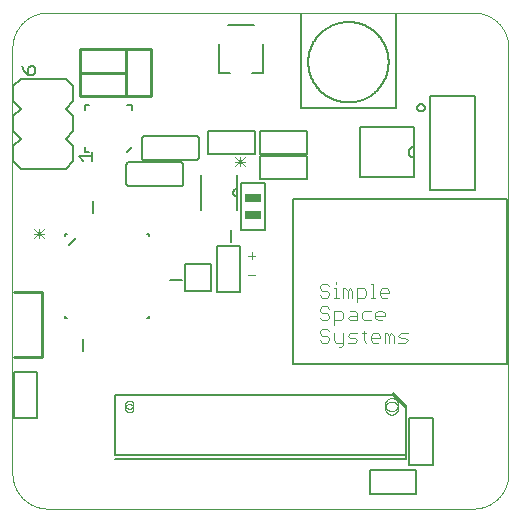
<source format=gto>
G75*
%MOIN*%
%OFA0B0*%
%FSLAX25Y25*%
%IPPOS*%
%LPD*%
%AMOC8*
5,1,8,0,0,1.08239X$1,22.5*
%
%ADD10C,0.00000*%
%ADD11C,0.00591*%
%ADD12C,0.00300*%
%ADD13C,0.01000*%
%ADD14C,0.00400*%
%ADD15C,0.00600*%
%ADD16C,0.00500*%
%ADD17R,0.05512X0.02559*%
D10*
X0014499Y0018636D02*
X0156231Y0018636D01*
X0156516Y0018639D01*
X0156802Y0018650D01*
X0157087Y0018667D01*
X0157371Y0018691D01*
X0157655Y0018722D01*
X0157938Y0018760D01*
X0158219Y0018805D01*
X0158500Y0018856D01*
X0158780Y0018914D01*
X0159058Y0018979D01*
X0159334Y0019051D01*
X0159608Y0019129D01*
X0159881Y0019214D01*
X0160151Y0019306D01*
X0160419Y0019404D01*
X0160685Y0019508D01*
X0160948Y0019619D01*
X0161208Y0019736D01*
X0161466Y0019859D01*
X0161720Y0019989D01*
X0161971Y0020125D01*
X0162219Y0020266D01*
X0162463Y0020414D01*
X0162704Y0020567D01*
X0162940Y0020727D01*
X0163173Y0020892D01*
X0163402Y0021062D01*
X0163627Y0021238D01*
X0163847Y0021420D01*
X0164063Y0021606D01*
X0164274Y0021798D01*
X0164481Y0021995D01*
X0164683Y0022197D01*
X0164880Y0022404D01*
X0165072Y0022615D01*
X0165258Y0022831D01*
X0165440Y0023051D01*
X0165616Y0023276D01*
X0165786Y0023505D01*
X0165951Y0023738D01*
X0166111Y0023974D01*
X0166264Y0024215D01*
X0166412Y0024459D01*
X0166553Y0024707D01*
X0166689Y0024958D01*
X0166819Y0025212D01*
X0166942Y0025470D01*
X0167059Y0025730D01*
X0167170Y0025993D01*
X0167274Y0026259D01*
X0167372Y0026527D01*
X0167464Y0026797D01*
X0167549Y0027070D01*
X0167627Y0027344D01*
X0167699Y0027620D01*
X0167764Y0027898D01*
X0167822Y0028178D01*
X0167873Y0028459D01*
X0167918Y0028740D01*
X0167956Y0029023D01*
X0167987Y0029307D01*
X0168011Y0029591D01*
X0168028Y0029876D01*
X0168039Y0030162D01*
X0168042Y0030447D01*
X0168042Y0172179D01*
X0168039Y0172464D01*
X0168028Y0172750D01*
X0168011Y0173035D01*
X0167987Y0173319D01*
X0167956Y0173603D01*
X0167918Y0173886D01*
X0167873Y0174167D01*
X0167822Y0174448D01*
X0167764Y0174728D01*
X0167699Y0175006D01*
X0167627Y0175282D01*
X0167549Y0175556D01*
X0167464Y0175829D01*
X0167372Y0176099D01*
X0167274Y0176367D01*
X0167170Y0176633D01*
X0167059Y0176896D01*
X0166942Y0177156D01*
X0166819Y0177414D01*
X0166689Y0177668D01*
X0166553Y0177919D01*
X0166412Y0178167D01*
X0166264Y0178411D01*
X0166111Y0178652D01*
X0165951Y0178888D01*
X0165786Y0179121D01*
X0165616Y0179350D01*
X0165440Y0179575D01*
X0165258Y0179795D01*
X0165072Y0180011D01*
X0164880Y0180222D01*
X0164683Y0180429D01*
X0164481Y0180631D01*
X0164274Y0180828D01*
X0164063Y0181020D01*
X0163847Y0181206D01*
X0163627Y0181388D01*
X0163402Y0181564D01*
X0163173Y0181734D01*
X0162940Y0181899D01*
X0162704Y0182059D01*
X0162463Y0182212D01*
X0162219Y0182360D01*
X0161971Y0182501D01*
X0161720Y0182637D01*
X0161466Y0182767D01*
X0161208Y0182890D01*
X0160948Y0183007D01*
X0160685Y0183118D01*
X0160419Y0183222D01*
X0160151Y0183320D01*
X0159881Y0183412D01*
X0159608Y0183497D01*
X0159334Y0183575D01*
X0159058Y0183647D01*
X0158780Y0183712D01*
X0158500Y0183770D01*
X0158219Y0183821D01*
X0157938Y0183866D01*
X0157655Y0183904D01*
X0157371Y0183935D01*
X0157087Y0183959D01*
X0156802Y0183976D01*
X0156516Y0183987D01*
X0156231Y0183990D01*
X0014499Y0183990D01*
X0014214Y0183987D01*
X0013928Y0183976D01*
X0013643Y0183959D01*
X0013359Y0183935D01*
X0013075Y0183904D01*
X0012792Y0183866D01*
X0012511Y0183821D01*
X0012230Y0183770D01*
X0011950Y0183712D01*
X0011672Y0183647D01*
X0011396Y0183575D01*
X0011122Y0183497D01*
X0010849Y0183412D01*
X0010579Y0183320D01*
X0010311Y0183222D01*
X0010045Y0183118D01*
X0009782Y0183007D01*
X0009522Y0182890D01*
X0009264Y0182767D01*
X0009010Y0182637D01*
X0008759Y0182501D01*
X0008511Y0182360D01*
X0008267Y0182212D01*
X0008026Y0182059D01*
X0007790Y0181899D01*
X0007557Y0181734D01*
X0007328Y0181564D01*
X0007103Y0181388D01*
X0006883Y0181206D01*
X0006667Y0181020D01*
X0006456Y0180828D01*
X0006249Y0180631D01*
X0006047Y0180429D01*
X0005850Y0180222D01*
X0005658Y0180011D01*
X0005472Y0179795D01*
X0005290Y0179575D01*
X0005114Y0179350D01*
X0004944Y0179121D01*
X0004779Y0178888D01*
X0004619Y0178652D01*
X0004466Y0178411D01*
X0004318Y0178167D01*
X0004177Y0177919D01*
X0004041Y0177668D01*
X0003911Y0177414D01*
X0003788Y0177156D01*
X0003671Y0176896D01*
X0003560Y0176633D01*
X0003456Y0176367D01*
X0003358Y0176099D01*
X0003266Y0175829D01*
X0003181Y0175556D01*
X0003103Y0175282D01*
X0003031Y0175006D01*
X0002966Y0174728D01*
X0002908Y0174448D01*
X0002857Y0174167D01*
X0002812Y0173886D01*
X0002774Y0173603D01*
X0002743Y0173319D01*
X0002719Y0173035D01*
X0002702Y0172750D01*
X0002691Y0172464D01*
X0002688Y0172179D01*
X0002688Y0030447D01*
X0002691Y0030162D01*
X0002702Y0029876D01*
X0002719Y0029591D01*
X0002743Y0029307D01*
X0002774Y0029023D01*
X0002812Y0028740D01*
X0002857Y0028459D01*
X0002908Y0028178D01*
X0002966Y0027898D01*
X0003031Y0027620D01*
X0003103Y0027344D01*
X0003181Y0027070D01*
X0003266Y0026797D01*
X0003358Y0026527D01*
X0003456Y0026259D01*
X0003560Y0025993D01*
X0003671Y0025730D01*
X0003788Y0025470D01*
X0003911Y0025212D01*
X0004041Y0024958D01*
X0004177Y0024707D01*
X0004318Y0024459D01*
X0004466Y0024215D01*
X0004619Y0023974D01*
X0004779Y0023738D01*
X0004944Y0023505D01*
X0005114Y0023276D01*
X0005290Y0023051D01*
X0005472Y0022831D01*
X0005658Y0022615D01*
X0005850Y0022404D01*
X0006047Y0022197D01*
X0006249Y0021995D01*
X0006456Y0021798D01*
X0006667Y0021606D01*
X0006883Y0021420D01*
X0007103Y0021238D01*
X0007328Y0021062D01*
X0007557Y0020892D01*
X0007790Y0020727D01*
X0008026Y0020567D01*
X0008267Y0020414D01*
X0008511Y0020266D01*
X0008759Y0020125D01*
X0009010Y0019989D01*
X0009264Y0019859D01*
X0009522Y0019736D01*
X0009782Y0019619D01*
X0010045Y0019508D01*
X0010311Y0019404D01*
X0010579Y0019306D01*
X0010849Y0019214D01*
X0011122Y0019129D01*
X0011396Y0019051D01*
X0011672Y0018979D01*
X0011950Y0018914D01*
X0012230Y0018856D01*
X0012511Y0018805D01*
X0012792Y0018760D01*
X0013075Y0018722D01*
X0013359Y0018691D01*
X0013643Y0018667D01*
X0013928Y0018650D01*
X0014214Y0018639D01*
X0014499Y0018636D01*
X0040286Y0052100D02*
X0040288Y0052174D01*
X0040294Y0052248D01*
X0040304Y0052321D01*
X0040318Y0052394D01*
X0040335Y0052466D01*
X0040357Y0052536D01*
X0040382Y0052606D01*
X0040411Y0052674D01*
X0040444Y0052740D01*
X0040480Y0052805D01*
X0040520Y0052867D01*
X0040562Y0052928D01*
X0040608Y0052986D01*
X0040657Y0053041D01*
X0040709Y0053094D01*
X0040764Y0053144D01*
X0040821Y0053190D01*
X0040881Y0053234D01*
X0040943Y0053274D01*
X0041007Y0053311D01*
X0041073Y0053345D01*
X0041141Y0053375D01*
X0041210Y0053401D01*
X0041281Y0053424D01*
X0041352Y0053442D01*
X0041425Y0053457D01*
X0041498Y0053468D01*
X0041572Y0053475D01*
X0041646Y0053478D01*
X0041719Y0053477D01*
X0041793Y0053472D01*
X0041867Y0053463D01*
X0041940Y0053450D01*
X0042012Y0053433D01*
X0042083Y0053413D01*
X0042153Y0053388D01*
X0042221Y0053360D01*
X0042288Y0053329D01*
X0042353Y0053293D01*
X0042416Y0053255D01*
X0042477Y0053213D01*
X0042536Y0053167D01*
X0042592Y0053119D01*
X0042645Y0053068D01*
X0042695Y0053014D01*
X0042743Y0052957D01*
X0042787Y0052898D01*
X0042829Y0052836D01*
X0042867Y0052773D01*
X0042901Y0052707D01*
X0042932Y0052640D01*
X0042959Y0052571D01*
X0042982Y0052501D01*
X0043002Y0052430D01*
X0043018Y0052357D01*
X0043030Y0052284D01*
X0043038Y0052211D01*
X0043042Y0052137D01*
X0043042Y0052063D01*
X0043038Y0051989D01*
X0043030Y0051916D01*
X0043018Y0051843D01*
X0043002Y0051770D01*
X0042982Y0051699D01*
X0042959Y0051629D01*
X0042932Y0051560D01*
X0042901Y0051493D01*
X0042867Y0051427D01*
X0042829Y0051364D01*
X0042787Y0051302D01*
X0042743Y0051243D01*
X0042695Y0051186D01*
X0042645Y0051132D01*
X0042592Y0051081D01*
X0042536Y0051033D01*
X0042477Y0050987D01*
X0042416Y0050945D01*
X0042353Y0050907D01*
X0042288Y0050871D01*
X0042221Y0050840D01*
X0042153Y0050812D01*
X0042083Y0050787D01*
X0042012Y0050767D01*
X0041940Y0050750D01*
X0041867Y0050737D01*
X0041793Y0050728D01*
X0041719Y0050723D01*
X0041646Y0050722D01*
X0041572Y0050725D01*
X0041498Y0050732D01*
X0041425Y0050743D01*
X0041352Y0050758D01*
X0041281Y0050776D01*
X0041210Y0050799D01*
X0041141Y0050825D01*
X0041073Y0050855D01*
X0041007Y0050889D01*
X0040943Y0050926D01*
X0040881Y0050966D01*
X0040821Y0051010D01*
X0040764Y0051056D01*
X0040709Y0051106D01*
X0040657Y0051159D01*
X0040608Y0051214D01*
X0040562Y0051272D01*
X0040520Y0051333D01*
X0040480Y0051395D01*
X0040444Y0051460D01*
X0040411Y0051526D01*
X0040382Y0051594D01*
X0040357Y0051664D01*
X0040335Y0051734D01*
X0040318Y0051806D01*
X0040304Y0051879D01*
X0040294Y0051952D01*
X0040288Y0052026D01*
X0040286Y0052100D01*
X0040286Y0053281D02*
X0040288Y0053355D01*
X0040294Y0053429D01*
X0040304Y0053502D01*
X0040318Y0053575D01*
X0040335Y0053647D01*
X0040357Y0053717D01*
X0040382Y0053787D01*
X0040411Y0053855D01*
X0040444Y0053921D01*
X0040480Y0053986D01*
X0040520Y0054048D01*
X0040562Y0054109D01*
X0040608Y0054167D01*
X0040657Y0054222D01*
X0040709Y0054275D01*
X0040764Y0054325D01*
X0040821Y0054371D01*
X0040881Y0054415D01*
X0040943Y0054455D01*
X0041007Y0054492D01*
X0041073Y0054526D01*
X0041141Y0054556D01*
X0041210Y0054582D01*
X0041281Y0054605D01*
X0041352Y0054623D01*
X0041425Y0054638D01*
X0041498Y0054649D01*
X0041572Y0054656D01*
X0041646Y0054659D01*
X0041719Y0054658D01*
X0041793Y0054653D01*
X0041867Y0054644D01*
X0041940Y0054631D01*
X0042012Y0054614D01*
X0042083Y0054594D01*
X0042153Y0054569D01*
X0042221Y0054541D01*
X0042288Y0054510D01*
X0042353Y0054474D01*
X0042416Y0054436D01*
X0042477Y0054394D01*
X0042536Y0054348D01*
X0042592Y0054300D01*
X0042645Y0054249D01*
X0042695Y0054195D01*
X0042743Y0054138D01*
X0042787Y0054079D01*
X0042829Y0054017D01*
X0042867Y0053954D01*
X0042901Y0053888D01*
X0042932Y0053821D01*
X0042959Y0053752D01*
X0042982Y0053682D01*
X0043002Y0053611D01*
X0043018Y0053538D01*
X0043030Y0053465D01*
X0043038Y0053392D01*
X0043042Y0053318D01*
X0043042Y0053244D01*
X0043038Y0053170D01*
X0043030Y0053097D01*
X0043018Y0053024D01*
X0043002Y0052951D01*
X0042982Y0052880D01*
X0042959Y0052810D01*
X0042932Y0052741D01*
X0042901Y0052674D01*
X0042867Y0052608D01*
X0042829Y0052545D01*
X0042787Y0052483D01*
X0042743Y0052424D01*
X0042695Y0052367D01*
X0042645Y0052313D01*
X0042592Y0052262D01*
X0042536Y0052214D01*
X0042477Y0052168D01*
X0042416Y0052126D01*
X0042353Y0052088D01*
X0042288Y0052052D01*
X0042221Y0052021D01*
X0042153Y0051993D01*
X0042083Y0051968D01*
X0042012Y0051948D01*
X0041940Y0051931D01*
X0041867Y0051918D01*
X0041793Y0051909D01*
X0041719Y0051904D01*
X0041646Y0051903D01*
X0041572Y0051906D01*
X0041498Y0051913D01*
X0041425Y0051924D01*
X0041352Y0051939D01*
X0041281Y0051957D01*
X0041210Y0051980D01*
X0041141Y0052006D01*
X0041073Y0052036D01*
X0041007Y0052070D01*
X0040943Y0052107D01*
X0040881Y0052147D01*
X0040821Y0052191D01*
X0040764Y0052237D01*
X0040709Y0052287D01*
X0040657Y0052340D01*
X0040608Y0052395D01*
X0040562Y0052453D01*
X0040520Y0052514D01*
X0040480Y0052576D01*
X0040444Y0052641D01*
X0040411Y0052707D01*
X0040382Y0052775D01*
X0040357Y0052845D01*
X0040335Y0052915D01*
X0040318Y0052987D01*
X0040304Y0053060D01*
X0040294Y0053133D01*
X0040288Y0053207D01*
X0040286Y0053281D01*
X0126901Y0053281D02*
X0126903Y0053374D01*
X0126909Y0053466D01*
X0126919Y0053558D01*
X0126933Y0053649D01*
X0126950Y0053740D01*
X0126972Y0053830D01*
X0126997Y0053919D01*
X0127026Y0054007D01*
X0127059Y0054093D01*
X0127096Y0054178D01*
X0127136Y0054262D01*
X0127180Y0054343D01*
X0127227Y0054423D01*
X0127277Y0054501D01*
X0127331Y0054576D01*
X0127388Y0054649D01*
X0127448Y0054719D01*
X0127511Y0054787D01*
X0127577Y0054852D01*
X0127645Y0054914D01*
X0127716Y0054974D01*
X0127790Y0055030D01*
X0127866Y0055083D01*
X0127944Y0055132D01*
X0128024Y0055179D01*
X0128106Y0055221D01*
X0128190Y0055261D01*
X0128275Y0055296D01*
X0128362Y0055328D01*
X0128450Y0055357D01*
X0128539Y0055381D01*
X0128629Y0055402D01*
X0128720Y0055418D01*
X0128812Y0055431D01*
X0128904Y0055440D01*
X0128997Y0055445D01*
X0129089Y0055446D01*
X0129182Y0055443D01*
X0129274Y0055436D01*
X0129366Y0055425D01*
X0129457Y0055410D01*
X0129548Y0055392D01*
X0129638Y0055369D01*
X0129726Y0055343D01*
X0129814Y0055313D01*
X0129900Y0055279D01*
X0129984Y0055242D01*
X0130067Y0055200D01*
X0130148Y0055156D01*
X0130228Y0055108D01*
X0130305Y0055057D01*
X0130379Y0055002D01*
X0130452Y0054944D01*
X0130522Y0054884D01*
X0130589Y0054820D01*
X0130653Y0054754D01*
X0130715Y0054684D01*
X0130773Y0054613D01*
X0130828Y0054539D01*
X0130880Y0054462D01*
X0130929Y0054383D01*
X0130975Y0054303D01*
X0131017Y0054220D01*
X0131055Y0054136D01*
X0131090Y0054050D01*
X0131121Y0053963D01*
X0131148Y0053875D01*
X0131171Y0053785D01*
X0131191Y0053695D01*
X0131207Y0053604D01*
X0131219Y0053512D01*
X0131227Y0053420D01*
X0131231Y0053327D01*
X0131231Y0053235D01*
X0131227Y0053142D01*
X0131219Y0053050D01*
X0131207Y0052958D01*
X0131191Y0052867D01*
X0131171Y0052777D01*
X0131148Y0052687D01*
X0131121Y0052599D01*
X0131090Y0052512D01*
X0131055Y0052426D01*
X0131017Y0052342D01*
X0130975Y0052259D01*
X0130929Y0052179D01*
X0130880Y0052100D01*
X0130828Y0052023D01*
X0130773Y0051949D01*
X0130715Y0051878D01*
X0130653Y0051808D01*
X0130589Y0051742D01*
X0130522Y0051678D01*
X0130452Y0051618D01*
X0130379Y0051560D01*
X0130305Y0051505D01*
X0130228Y0051454D01*
X0130149Y0051406D01*
X0130067Y0051362D01*
X0129984Y0051320D01*
X0129900Y0051283D01*
X0129814Y0051249D01*
X0129726Y0051219D01*
X0129638Y0051193D01*
X0129548Y0051170D01*
X0129457Y0051152D01*
X0129366Y0051137D01*
X0129274Y0051126D01*
X0129182Y0051119D01*
X0129089Y0051116D01*
X0128997Y0051117D01*
X0128904Y0051122D01*
X0128812Y0051131D01*
X0128720Y0051144D01*
X0128629Y0051160D01*
X0128539Y0051181D01*
X0128450Y0051205D01*
X0128362Y0051234D01*
X0128275Y0051266D01*
X0128190Y0051301D01*
X0128106Y0051341D01*
X0128024Y0051383D01*
X0127944Y0051430D01*
X0127866Y0051479D01*
X0127790Y0051532D01*
X0127716Y0051588D01*
X0127645Y0051648D01*
X0127577Y0051710D01*
X0127511Y0051775D01*
X0127448Y0051843D01*
X0127388Y0051913D01*
X0127331Y0051986D01*
X0127277Y0052061D01*
X0127227Y0052139D01*
X0127180Y0052219D01*
X0127136Y0052300D01*
X0127096Y0052384D01*
X0127059Y0052469D01*
X0127026Y0052555D01*
X0126997Y0052643D01*
X0126972Y0052732D01*
X0126950Y0052822D01*
X0126933Y0052913D01*
X0126919Y0053004D01*
X0126909Y0053096D01*
X0126903Y0053188D01*
X0126901Y0053281D01*
X0126901Y0052100D02*
X0126903Y0052193D01*
X0126909Y0052285D01*
X0126919Y0052377D01*
X0126933Y0052468D01*
X0126950Y0052559D01*
X0126972Y0052649D01*
X0126997Y0052738D01*
X0127026Y0052826D01*
X0127059Y0052912D01*
X0127096Y0052997D01*
X0127136Y0053081D01*
X0127180Y0053162D01*
X0127227Y0053242D01*
X0127277Y0053320D01*
X0127331Y0053395D01*
X0127388Y0053468D01*
X0127448Y0053538D01*
X0127511Y0053606D01*
X0127577Y0053671D01*
X0127645Y0053733D01*
X0127716Y0053793D01*
X0127790Y0053849D01*
X0127866Y0053902D01*
X0127944Y0053951D01*
X0128024Y0053998D01*
X0128106Y0054040D01*
X0128190Y0054080D01*
X0128275Y0054115D01*
X0128362Y0054147D01*
X0128450Y0054176D01*
X0128539Y0054200D01*
X0128629Y0054221D01*
X0128720Y0054237D01*
X0128812Y0054250D01*
X0128904Y0054259D01*
X0128997Y0054264D01*
X0129089Y0054265D01*
X0129182Y0054262D01*
X0129274Y0054255D01*
X0129366Y0054244D01*
X0129457Y0054229D01*
X0129548Y0054211D01*
X0129638Y0054188D01*
X0129726Y0054162D01*
X0129814Y0054132D01*
X0129900Y0054098D01*
X0129984Y0054061D01*
X0130067Y0054019D01*
X0130148Y0053975D01*
X0130228Y0053927D01*
X0130305Y0053876D01*
X0130379Y0053821D01*
X0130452Y0053763D01*
X0130522Y0053703D01*
X0130589Y0053639D01*
X0130653Y0053573D01*
X0130715Y0053503D01*
X0130773Y0053432D01*
X0130828Y0053358D01*
X0130880Y0053281D01*
X0130929Y0053202D01*
X0130975Y0053122D01*
X0131017Y0053039D01*
X0131055Y0052955D01*
X0131090Y0052869D01*
X0131121Y0052782D01*
X0131148Y0052694D01*
X0131171Y0052604D01*
X0131191Y0052514D01*
X0131207Y0052423D01*
X0131219Y0052331D01*
X0131227Y0052239D01*
X0131231Y0052146D01*
X0131231Y0052054D01*
X0131227Y0051961D01*
X0131219Y0051869D01*
X0131207Y0051777D01*
X0131191Y0051686D01*
X0131171Y0051596D01*
X0131148Y0051506D01*
X0131121Y0051418D01*
X0131090Y0051331D01*
X0131055Y0051245D01*
X0131017Y0051161D01*
X0130975Y0051078D01*
X0130929Y0050998D01*
X0130880Y0050919D01*
X0130828Y0050842D01*
X0130773Y0050768D01*
X0130715Y0050697D01*
X0130653Y0050627D01*
X0130589Y0050561D01*
X0130522Y0050497D01*
X0130452Y0050437D01*
X0130379Y0050379D01*
X0130305Y0050324D01*
X0130228Y0050273D01*
X0130149Y0050225D01*
X0130067Y0050181D01*
X0129984Y0050139D01*
X0129900Y0050102D01*
X0129814Y0050068D01*
X0129726Y0050038D01*
X0129638Y0050012D01*
X0129548Y0049989D01*
X0129457Y0049971D01*
X0129366Y0049956D01*
X0129274Y0049945D01*
X0129182Y0049938D01*
X0129089Y0049935D01*
X0128997Y0049936D01*
X0128904Y0049941D01*
X0128812Y0049950D01*
X0128720Y0049963D01*
X0128629Y0049979D01*
X0128539Y0050000D01*
X0128450Y0050024D01*
X0128362Y0050053D01*
X0128275Y0050085D01*
X0128190Y0050120D01*
X0128106Y0050160D01*
X0128024Y0050202D01*
X0127944Y0050249D01*
X0127866Y0050298D01*
X0127790Y0050351D01*
X0127716Y0050407D01*
X0127645Y0050467D01*
X0127577Y0050529D01*
X0127511Y0050594D01*
X0127448Y0050662D01*
X0127388Y0050732D01*
X0127331Y0050805D01*
X0127277Y0050880D01*
X0127227Y0050958D01*
X0127180Y0051038D01*
X0127136Y0051119D01*
X0127096Y0051203D01*
X0127059Y0051288D01*
X0127026Y0051374D01*
X0126997Y0051462D01*
X0126972Y0051551D01*
X0126950Y0051641D01*
X0126933Y0051732D01*
X0126919Y0051823D01*
X0126909Y0051915D01*
X0126903Y0052007D01*
X0126901Y0052100D01*
D11*
X0129459Y0056431D02*
X0036940Y0056431D01*
X0036940Y0036352D01*
X0133790Y0036352D01*
X0133790Y0052100D01*
X0129459Y0056431D01*
X0129459Y0057219D02*
X0133790Y0052888D01*
X0133790Y0035171D01*
X0036940Y0035171D01*
X0010956Y0048951D02*
X0003278Y0048951D01*
X0003278Y0064305D01*
X0010956Y0064305D01*
X0010956Y0048951D01*
X0070798Y0090683D02*
X0070798Y0106234D01*
X0078672Y0106234D01*
X0078672Y0090683D01*
X0070798Y0090683D01*
X0078869Y0111549D02*
X0078869Y0127100D01*
X0086743Y0127100D01*
X0086743Y0111549D01*
X0078869Y0111549D01*
X0085168Y0128478D02*
X0085168Y0136156D01*
X0100719Y0136156D01*
X0100719Y0128478D01*
X0085168Y0128478D01*
X0085168Y0136746D02*
X0085168Y0144620D01*
X0100719Y0144620D01*
X0100719Y0136746D01*
X0085168Y0136746D01*
X0083593Y0136746D02*
X0068042Y0136746D01*
X0068042Y0144620D01*
X0083593Y0144620D01*
X0083593Y0136746D01*
X0118436Y0129069D02*
X0118436Y0145998D01*
X0136546Y0145998D01*
X0136546Y0139305D01*
X0136546Y0135762D01*
X0136546Y0129069D01*
X0118436Y0129069D01*
X0136546Y0135761D02*
X0136463Y0135763D01*
X0136380Y0135769D01*
X0136298Y0135779D01*
X0136216Y0135792D01*
X0136134Y0135809D01*
X0136054Y0135831D01*
X0135975Y0135856D01*
X0135897Y0135884D01*
X0135820Y0135916D01*
X0135745Y0135952D01*
X0135672Y0135992D01*
X0135601Y0136034D01*
X0135532Y0136080D01*
X0135465Y0136129D01*
X0135400Y0136182D01*
X0135338Y0136237D01*
X0135278Y0136295D01*
X0135222Y0136356D01*
X0135168Y0136419D01*
X0135117Y0136485D01*
X0135070Y0136553D01*
X0135025Y0136623D01*
X0134984Y0136695D01*
X0134947Y0136770D01*
X0134913Y0136845D01*
X0134882Y0136923D01*
X0134856Y0137001D01*
X0134833Y0137081D01*
X0134813Y0137162D01*
X0134798Y0137243D01*
X0134786Y0137326D01*
X0134778Y0137408D01*
X0134774Y0137491D01*
X0134774Y0137575D01*
X0134778Y0137658D01*
X0134786Y0137740D01*
X0134798Y0137823D01*
X0134813Y0137904D01*
X0134833Y0137985D01*
X0134856Y0138065D01*
X0134882Y0138143D01*
X0134913Y0138221D01*
X0134947Y0138296D01*
X0134984Y0138371D01*
X0135025Y0138443D01*
X0135070Y0138513D01*
X0135117Y0138581D01*
X0135168Y0138647D01*
X0135222Y0138710D01*
X0135278Y0138771D01*
X0135338Y0138829D01*
X0135400Y0138884D01*
X0135465Y0138937D01*
X0135532Y0138986D01*
X0135601Y0139032D01*
X0135672Y0139074D01*
X0135745Y0139114D01*
X0135820Y0139150D01*
X0135897Y0139182D01*
X0135975Y0139210D01*
X0136054Y0139235D01*
X0136134Y0139257D01*
X0136216Y0139274D01*
X0136298Y0139287D01*
X0136380Y0139297D01*
X0136463Y0139303D01*
X0136546Y0139305D01*
X0137663Y0152297D02*
X0137665Y0152367D01*
X0137671Y0152438D01*
X0137681Y0152507D01*
X0137695Y0152576D01*
X0137713Y0152645D01*
X0137734Y0152712D01*
X0137759Y0152778D01*
X0137788Y0152842D01*
X0137821Y0152904D01*
X0137857Y0152965D01*
X0137897Y0153023D01*
X0137939Y0153079D01*
X0137985Y0153133D01*
X0138034Y0153184D01*
X0138085Y0153232D01*
X0138140Y0153277D01*
X0138196Y0153319D01*
X0138255Y0153357D01*
X0138316Y0153392D01*
X0138379Y0153424D01*
X0138444Y0153452D01*
X0138510Y0153477D01*
X0138577Y0153497D01*
X0138646Y0153514D01*
X0138715Y0153527D01*
X0138785Y0153536D01*
X0138855Y0153541D01*
X0138926Y0153542D01*
X0138996Y0153539D01*
X0139066Y0153532D01*
X0139136Y0153521D01*
X0139205Y0153506D01*
X0139273Y0153487D01*
X0139339Y0153465D01*
X0139405Y0153439D01*
X0139469Y0153409D01*
X0139531Y0153375D01*
X0139591Y0153338D01*
X0139648Y0153298D01*
X0139704Y0153254D01*
X0139757Y0153208D01*
X0139807Y0153158D01*
X0139854Y0153106D01*
X0139898Y0153051D01*
X0139939Y0152994D01*
X0139977Y0152935D01*
X0140012Y0152873D01*
X0140042Y0152810D01*
X0140070Y0152745D01*
X0140093Y0152678D01*
X0140113Y0152611D01*
X0140129Y0152542D01*
X0140141Y0152473D01*
X0140149Y0152403D01*
X0140153Y0152332D01*
X0140153Y0152262D01*
X0140149Y0152191D01*
X0140141Y0152121D01*
X0140129Y0152052D01*
X0140113Y0151983D01*
X0140093Y0151916D01*
X0140070Y0151849D01*
X0140042Y0151784D01*
X0140012Y0151721D01*
X0139977Y0151659D01*
X0139939Y0151600D01*
X0139898Y0151543D01*
X0139854Y0151488D01*
X0139807Y0151436D01*
X0139757Y0151386D01*
X0139704Y0151340D01*
X0139648Y0151296D01*
X0139591Y0151256D01*
X0139530Y0151219D01*
X0139469Y0151185D01*
X0139405Y0151155D01*
X0139339Y0151129D01*
X0139273Y0151107D01*
X0139205Y0151088D01*
X0139136Y0151073D01*
X0139066Y0151062D01*
X0138996Y0151055D01*
X0138926Y0151052D01*
X0138855Y0151053D01*
X0138785Y0151058D01*
X0138715Y0151067D01*
X0138646Y0151080D01*
X0138577Y0151097D01*
X0138510Y0151117D01*
X0138444Y0151142D01*
X0138379Y0151170D01*
X0138316Y0151202D01*
X0138255Y0151237D01*
X0138196Y0151275D01*
X0138140Y0151317D01*
X0138085Y0151362D01*
X0138034Y0151410D01*
X0137985Y0151461D01*
X0137939Y0151515D01*
X0137897Y0151571D01*
X0137857Y0151629D01*
X0137821Y0151690D01*
X0137788Y0151752D01*
X0137759Y0151816D01*
X0137734Y0151882D01*
X0137713Y0151949D01*
X0137695Y0152018D01*
X0137681Y0152087D01*
X0137671Y0152156D01*
X0137665Y0152227D01*
X0137663Y0152297D01*
X0134971Y0048754D02*
X0142845Y0048754D01*
X0142845Y0033203D01*
X0134971Y0033203D01*
X0134971Y0048754D01*
X0137333Y0031431D02*
X0121782Y0031431D01*
X0121782Y0023557D01*
X0137333Y0023557D01*
X0137333Y0031431D01*
D12*
X0083653Y0096622D02*
X0081184Y0096622D01*
X0082419Y0101686D02*
X0082419Y0104155D01*
X0081184Y0102921D02*
X0083653Y0102921D01*
X0080137Y0132673D02*
X0077001Y0135809D01*
X0078569Y0135809D02*
X0078569Y0132673D01*
X0077001Y0132673D02*
X0080137Y0135809D01*
X0080137Y0134241D02*
X0077001Y0134241D01*
X0013070Y0111865D02*
X0009934Y0108729D01*
X0011502Y0108729D02*
X0011502Y0111865D01*
X0009934Y0111865D02*
X0013070Y0108729D01*
X0013070Y0110297D02*
X0009934Y0110297D01*
D13*
X0012530Y0090880D02*
X0003278Y0090880D01*
X0012530Y0090880D02*
X0012530Y0069030D01*
X0003278Y0069030D01*
X0048948Y0156037D02*
X0048948Y0156234D01*
X0040680Y0156234D01*
X0040680Y0163911D01*
X0025129Y0163911D01*
X0025129Y0156234D01*
X0040680Y0156234D01*
X0040680Y0163911D02*
X0040680Y0171785D01*
X0048948Y0171785D01*
X0048948Y0156234D01*
X0040680Y0171785D02*
X0025129Y0171785D01*
X0025129Y0163911D01*
D14*
X0105250Y0092791D02*
X0105250Y0092023D01*
X0106017Y0091256D01*
X0107552Y0091256D01*
X0108319Y0090489D01*
X0108319Y0089721D01*
X0107552Y0088954D01*
X0106017Y0088954D01*
X0105250Y0089721D01*
X0105250Y0092791D02*
X0106017Y0093558D01*
X0107552Y0093558D01*
X0108319Y0092791D01*
X0109854Y0092023D02*
X0110621Y0092023D01*
X0110621Y0088954D01*
X0109854Y0088954D02*
X0111389Y0088954D01*
X0112923Y0088954D02*
X0112923Y0092023D01*
X0113691Y0092023D01*
X0114458Y0091256D01*
X0115225Y0092023D01*
X0115992Y0091256D01*
X0115992Y0088954D01*
X0114458Y0088954D02*
X0114458Y0091256D01*
X0117527Y0092023D02*
X0117527Y0087419D01*
X0117527Y0088954D02*
X0119829Y0088954D01*
X0120596Y0089721D01*
X0120596Y0091256D01*
X0119829Y0092023D01*
X0117527Y0092023D01*
X0122131Y0093558D02*
X0122898Y0093558D01*
X0122898Y0088954D01*
X0122131Y0088954D02*
X0123666Y0088954D01*
X0125200Y0089721D02*
X0125200Y0091256D01*
X0125968Y0092023D01*
X0127502Y0092023D01*
X0128270Y0091256D01*
X0128270Y0090489D01*
X0125200Y0090489D01*
X0125200Y0089721D02*
X0125968Y0088954D01*
X0127502Y0088954D01*
X0125968Y0084523D02*
X0124433Y0084523D01*
X0123666Y0083756D01*
X0123666Y0082221D01*
X0124433Y0081454D01*
X0125968Y0081454D01*
X0126735Y0082989D02*
X0123666Y0082989D01*
X0122131Y0084523D02*
X0119829Y0084523D01*
X0119062Y0083756D01*
X0119062Y0082221D01*
X0119829Y0081454D01*
X0122131Y0081454D01*
X0119829Y0077791D02*
X0119829Y0074721D01*
X0120596Y0073954D01*
X0122131Y0074721D02*
X0122131Y0076256D01*
X0122898Y0077023D01*
X0124433Y0077023D01*
X0125200Y0076256D01*
X0125200Y0075489D01*
X0122131Y0075489D01*
X0122131Y0074721D02*
X0122898Y0073954D01*
X0124433Y0073954D01*
X0126735Y0073954D02*
X0126735Y0077023D01*
X0127502Y0077023D01*
X0128270Y0076256D01*
X0129037Y0077023D01*
X0129804Y0076256D01*
X0129804Y0073954D01*
X0128270Y0073954D02*
X0128270Y0076256D01*
X0131339Y0076256D02*
X0132106Y0075489D01*
X0133641Y0075489D01*
X0134408Y0074721D01*
X0133641Y0073954D01*
X0131339Y0073954D01*
X0131339Y0076256D02*
X0132106Y0077023D01*
X0134408Y0077023D01*
X0126735Y0082989D02*
X0126735Y0083756D01*
X0125968Y0084523D01*
X0120596Y0077023D02*
X0119062Y0077023D01*
X0117527Y0077023D02*
X0115225Y0077023D01*
X0114458Y0076256D01*
X0115225Y0075489D01*
X0116760Y0075489D01*
X0117527Y0074721D01*
X0116760Y0073954D01*
X0114458Y0073954D01*
X0112923Y0073954D02*
X0110621Y0073954D01*
X0109854Y0074721D01*
X0109854Y0077023D01*
X0108319Y0077791D02*
X0107552Y0078558D01*
X0106017Y0078558D01*
X0105250Y0077791D01*
X0105250Y0077023D01*
X0106017Y0076256D01*
X0107552Y0076256D01*
X0108319Y0075489D01*
X0108319Y0074721D01*
X0107552Y0073954D01*
X0106017Y0073954D01*
X0105250Y0074721D01*
X0106017Y0081454D02*
X0105250Y0082221D01*
X0106017Y0081454D02*
X0107552Y0081454D01*
X0108319Y0082221D01*
X0108319Y0082989D01*
X0107552Y0083756D01*
X0106017Y0083756D01*
X0105250Y0084523D01*
X0105250Y0085291D01*
X0106017Y0086058D01*
X0107552Y0086058D01*
X0108319Y0085291D01*
X0109854Y0084523D02*
X0112156Y0084523D01*
X0112923Y0083756D01*
X0112923Y0082221D01*
X0112156Y0081454D01*
X0109854Y0081454D01*
X0109854Y0079919D02*
X0109854Y0084523D01*
X0114458Y0082221D02*
X0115225Y0081454D01*
X0117527Y0081454D01*
X0117527Y0083756D01*
X0116760Y0084523D01*
X0115225Y0084523D01*
X0115225Y0082989D02*
X0117527Y0082989D01*
X0115225Y0082989D02*
X0114458Y0082221D01*
X0112923Y0077023D02*
X0112923Y0073187D01*
X0112156Y0072419D01*
X0111389Y0072419D01*
X0110621Y0093558D02*
X0110621Y0094325D01*
D15*
X0077467Y0118159D02*
X0077467Y0122859D01*
X0077467Y0125259D01*
X0077467Y0129959D01*
X0077467Y0125259D02*
X0077398Y0125257D01*
X0077330Y0125251D01*
X0077262Y0125241D01*
X0077195Y0125228D01*
X0077129Y0125210D01*
X0077064Y0125189D01*
X0077000Y0125164D01*
X0076938Y0125136D01*
X0076877Y0125104D01*
X0076818Y0125069D01*
X0076762Y0125030D01*
X0076707Y0124988D01*
X0076656Y0124943D01*
X0076606Y0124895D01*
X0076560Y0124845D01*
X0076517Y0124792D01*
X0076476Y0124736D01*
X0076439Y0124679D01*
X0076406Y0124619D01*
X0076375Y0124557D01*
X0076349Y0124494D01*
X0076326Y0124430D01*
X0076306Y0124364D01*
X0076291Y0124297D01*
X0076279Y0124230D01*
X0076271Y0124162D01*
X0076267Y0124093D01*
X0076267Y0124025D01*
X0076271Y0123956D01*
X0076279Y0123888D01*
X0076291Y0123821D01*
X0076306Y0123754D01*
X0076326Y0123688D01*
X0076349Y0123624D01*
X0076375Y0123561D01*
X0076406Y0123499D01*
X0076439Y0123439D01*
X0076476Y0123382D01*
X0076517Y0123326D01*
X0076560Y0123273D01*
X0076606Y0123223D01*
X0076656Y0123175D01*
X0076707Y0123130D01*
X0076762Y0123088D01*
X0076818Y0123049D01*
X0076877Y0123014D01*
X0076938Y0122982D01*
X0077000Y0122954D01*
X0077064Y0122929D01*
X0077129Y0122908D01*
X0077195Y0122890D01*
X0077262Y0122877D01*
X0077330Y0122867D01*
X0077398Y0122861D01*
X0077467Y0122859D01*
X0075567Y0111459D02*
X0075567Y0107559D01*
X0065667Y0118159D02*
X0065667Y0129959D01*
X0063807Y0134870D02*
X0046807Y0134870D01*
X0046747Y0134872D01*
X0046686Y0134877D01*
X0046627Y0134886D01*
X0046568Y0134899D01*
X0046509Y0134915D01*
X0046452Y0134935D01*
X0046397Y0134958D01*
X0046342Y0134985D01*
X0046290Y0135014D01*
X0046239Y0135047D01*
X0046190Y0135083D01*
X0046144Y0135121D01*
X0046100Y0135163D01*
X0046058Y0135207D01*
X0046020Y0135253D01*
X0045984Y0135302D01*
X0045951Y0135353D01*
X0045922Y0135405D01*
X0045895Y0135460D01*
X0045872Y0135515D01*
X0045852Y0135572D01*
X0045836Y0135631D01*
X0045823Y0135690D01*
X0045814Y0135749D01*
X0045809Y0135810D01*
X0045807Y0135870D01*
X0045807Y0141870D01*
X0045809Y0141930D01*
X0045814Y0141991D01*
X0045823Y0142050D01*
X0045836Y0142109D01*
X0045852Y0142168D01*
X0045872Y0142225D01*
X0045895Y0142280D01*
X0045922Y0142335D01*
X0045951Y0142387D01*
X0045984Y0142438D01*
X0046020Y0142487D01*
X0046058Y0142533D01*
X0046100Y0142577D01*
X0046144Y0142619D01*
X0046190Y0142657D01*
X0046239Y0142693D01*
X0046290Y0142726D01*
X0046342Y0142755D01*
X0046397Y0142782D01*
X0046452Y0142805D01*
X0046509Y0142825D01*
X0046568Y0142841D01*
X0046627Y0142854D01*
X0046686Y0142863D01*
X0046747Y0142868D01*
X0046807Y0142870D01*
X0063807Y0142870D01*
X0063867Y0142868D01*
X0063928Y0142863D01*
X0063987Y0142854D01*
X0064046Y0142841D01*
X0064105Y0142825D01*
X0064162Y0142805D01*
X0064217Y0142782D01*
X0064272Y0142755D01*
X0064324Y0142726D01*
X0064375Y0142693D01*
X0064424Y0142657D01*
X0064470Y0142619D01*
X0064514Y0142577D01*
X0064556Y0142533D01*
X0064594Y0142487D01*
X0064630Y0142438D01*
X0064663Y0142387D01*
X0064692Y0142335D01*
X0064719Y0142280D01*
X0064742Y0142225D01*
X0064762Y0142168D01*
X0064778Y0142109D01*
X0064791Y0142050D01*
X0064800Y0141991D01*
X0064805Y0141930D01*
X0064807Y0141870D01*
X0064807Y0135870D01*
X0064805Y0135810D01*
X0064800Y0135749D01*
X0064791Y0135690D01*
X0064778Y0135631D01*
X0064762Y0135572D01*
X0064742Y0135515D01*
X0064719Y0135460D01*
X0064692Y0135405D01*
X0064663Y0135353D01*
X0064630Y0135302D01*
X0064594Y0135253D01*
X0064556Y0135207D01*
X0064514Y0135163D01*
X0064470Y0135121D01*
X0064424Y0135083D01*
X0064375Y0135047D01*
X0064324Y0135014D01*
X0064272Y0134985D01*
X0064217Y0134958D01*
X0064162Y0134935D01*
X0064105Y0134915D01*
X0064046Y0134899D01*
X0063987Y0134886D01*
X0063928Y0134877D01*
X0063867Y0134872D01*
X0063807Y0134870D01*
X0059611Y0133176D02*
X0059611Y0127176D01*
X0059609Y0127116D01*
X0059604Y0127055D01*
X0059595Y0126996D01*
X0059582Y0126937D01*
X0059566Y0126878D01*
X0059546Y0126821D01*
X0059523Y0126766D01*
X0059496Y0126711D01*
X0059467Y0126659D01*
X0059434Y0126608D01*
X0059398Y0126559D01*
X0059360Y0126513D01*
X0059318Y0126469D01*
X0059274Y0126427D01*
X0059228Y0126389D01*
X0059179Y0126353D01*
X0059128Y0126320D01*
X0059076Y0126291D01*
X0059021Y0126264D01*
X0058966Y0126241D01*
X0058909Y0126221D01*
X0058850Y0126205D01*
X0058791Y0126192D01*
X0058732Y0126183D01*
X0058671Y0126178D01*
X0058611Y0126176D01*
X0041611Y0126176D01*
X0041551Y0126178D01*
X0041490Y0126183D01*
X0041431Y0126192D01*
X0041372Y0126205D01*
X0041313Y0126221D01*
X0041256Y0126241D01*
X0041201Y0126264D01*
X0041146Y0126291D01*
X0041094Y0126320D01*
X0041043Y0126353D01*
X0040994Y0126389D01*
X0040948Y0126427D01*
X0040904Y0126469D01*
X0040862Y0126513D01*
X0040824Y0126559D01*
X0040788Y0126608D01*
X0040755Y0126659D01*
X0040726Y0126711D01*
X0040699Y0126766D01*
X0040676Y0126821D01*
X0040656Y0126878D01*
X0040640Y0126937D01*
X0040627Y0126996D01*
X0040618Y0127055D01*
X0040613Y0127116D01*
X0040611Y0127176D01*
X0040611Y0133176D01*
X0040613Y0133236D01*
X0040618Y0133297D01*
X0040627Y0133356D01*
X0040640Y0133415D01*
X0040656Y0133474D01*
X0040676Y0133531D01*
X0040699Y0133586D01*
X0040726Y0133641D01*
X0040755Y0133693D01*
X0040788Y0133744D01*
X0040824Y0133793D01*
X0040862Y0133839D01*
X0040904Y0133883D01*
X0040948Y0133925D01*
X0040994Y0133963D01*
X0041043Y0133999D01*
X0041094Y0134032D01*
X0041146Y0134061D01*
X0041201Y0134088D01*
X0041256Y0134111D01*
X0041313Y0134131D01*
X0041372Y0134147D01*
X0041431Y0134160D01*
X0041490Y0134169D01*
X0041551Y0134174D01*
X0041611Y0134176D01*
X0058611Y0134176D01*
X0058671Y0134174D01*
X0058732Y0134169D01*
X0058791Y0134160D01*
X0058850Y0134147D01*
X0058909Y0134131D01*
X0058966Y0134111D01*
X0059021Y0134088D01*
X0059076Y0134061D01*
X0059128Y0134032D01*
X0059179Y0133999D01*
X0059228Y0133963D01*
X0059274Y0133925D01*
X0059318Y0133883D01*
X0059360Y0133839D01*
X0059398Y0133793D01*
X0059434Y0133744D01*
X0059467Y0133693D01*
X0059496Y0133641D01*
X0059523Y0133586D01*
X0059546Y0133531D01*
X0059566Y0133474D01*
X0059582Y0133415D01*
X0059595Y0133356D01*
X0059604Y0133297D01*
X0059609Y0133236D01*
X0059611Y0133176D01*
X0048184Y0110195D02*
X0047484Y0110195D01*
X0048184Y0110195D02*
X0048184Y0109495D01*
X0055184Y0094695D02*
X0059184Y0094695D01*
X0048184Y0082895D02*
X0048184Y0082195D01*
X0047484Y0082195D01*
X0026184Y0075295D02*
X0026184Y0071295D01*
X0020884Y0082195D02*
X0020184Y0082195D01*
X0020184Y0082895D01*
X0021684Y0106595D02*
X0023784Y0108695D01*
X0020884Y0110195D02*
X0020184Y0110195D01*
X0020184Y0109495D01*
X0029484Y0117095D02*
X0029484Y0121095D01*
X0020530Y0131911D02*
X0023030Y0134411D01*
X0023030Y0139411D01*
X0020530Y0141911D01*
X0023030Y0144411D01*
X0023030Y0149411D01*
X0020530Y0151911D01*
X0023030Y0154411D01*
X0023030Y0159411D01*
X0020530Y0161911D01*
X0005530Y0161911D01*
X0003030Y0159411D01*
X0003030Y0154411D01*
X0005530Y0151911D01*
X0003030Y0149411D01*
X0003030Y0144411D01*
X0005530Y0141911D01*
X0003030Y0139411D01*
X0003030Y0134411D01*
X0005530Y0131911D01*
X0020530Y0131911D01*
D16*
X0024776Y0136162D02*
X0029280Y0136162D01*
X0029280Y0134661D02*
X0029280Y0137663D01*
X0028350Y0137486D02*
X0026775Y0137486D01*
X0026775Y0139061D01*
X0024776Y0136162D02*
X0026277Y0134661D01*
X0040948Y0137486D02*
X0042523Y0139061D01*
X0042523Y0151659D02*
X0042523Y0153234D01*
X0040948Y0153234D01*
X0028350Y0153234D02*
X0026775Y0153234D01*
X0026775Y0151659D01*
X0010280Y0163911D02*
X0010280Y0165413D01*
X0009529Y0166163D01*
X0008778Y0166163D01*
X0008028Y0165413D01*
X0008028Y0163161D01*
X0009529Y0163161D01*
X0010280Y0163911D01*
X0008028Y0163161D02*
X0006526Y0164662D01*
X0005776Y0166163D01*
X0060119Y0100278D02*
X0060119Y0091223D01*
X0060513Y0091223D01*
X0068387Y0091223D01*
X0068781Y0091223D01*
X0068781Y0100278D01*
X0060119Y0100278D01*
X0096111Y0121887D02*
X0096111Y0066966D01*
X0159497Y0066966D01*
X0167568Y0066966D01*
X0167568Y0121887D01*
X0159497Y0121887D01*
X0096111Y0121887D01*
X0098948Y0152100D02*
X0098948Y0183596D01*
X0086349Y0173557D02*
X0086349Y0163715D01*
X0082412Y0163715D01*
X0075326Y0163715D02*
X0071389Y0163715D01*
X0071389Y0173557D01*
X0074538Y0179856D02*
X0083200Y0179856D01*
X0098948Y0152100D02*
X0130444Y0152100D01*
X0130444Y0183596D01*
X0101310Y0167455D02*
X0101314Y0167784D01*
X0101326Y0168112D01*
X0101346Y0168440D01*
X0101374Y0168767D01*
X0101411Y0169094D01*
X0101455Y0169419D01*
X0101507Y0169743D01*
X0101567Y0170066D01*
X0101635Y0170388D01*
X0101711Y0170708D01*
X0101795Y0171025D01*
X0101886Y0171341D01*
X0101986Y0171654D01*
X0102092Y0171965D01*
X0102207Y0172273D01*
X0102329Y0172578D01*
X0102458Y0172880D01*
X0102595Y0173178D01*
X0102739Y0173473D01*
X0102891Y0173765D01*
X0103049Y0174053D01*
X0103214Y0174337D01*
X0103387Y0174616D01*
X0103566Y0174892D01*
X0103752Y0175163D01*
X0103944Y0175429D01*
X0104143Y0175690D01*
X0104348Y0175947D01*
X0104560Y0176198D01*
X0104778Y0176444D01*
X0105001Y0176685D01*
X0105231Y0176920D01*
X0105466Y0177150D01*
X0105707Y0177373D01*
X0105953Y0177591D01*
X0106204Y0177803D01*
X0106461Y0178008D01*
X0106722Y0178207D01*
X0106988Y0178399D01*
X0107259Y0178585D01*
X0107535Y0178764D01*
X0107814Y0178937D01*
X0108098Y0179102D01*
X0108386Y0179260D01*
X0108678Y0179412D01*
X0108973Y0179556D01*
X0109271Y0179693D01*
X0109573Y0179822D01*
X0109878Y0179944D01*
X0110186Y0180059D01*
X0110497Y0180165D01*
X0110810Y0180265D01*
X0111126Y0180356D01*
X0111443Y0180440D01*
X0111763Y0180516D01*
X0112085Y0180584D01*
X0112408Y0180644D01*
X0112732Y0180696D01*
X0113057Y0180740D01*
X0113384Y0180777D01*
X0113711Y0180805D01*
X0114039Y0180825D01*
X0114367Y0180837D01*
X0114696Y0180841D01*
X0115025Y0180837D01*
X0115353Y0180825D01*
X0115681Y0180805D01*
X0116008Y0180777D01*
X0116335Y0180740D01*
X0116660Y0180696D01*
X0116984Y0180644D01*
X0117307Y0180584D01*
X0117629Y0180516D01*
X0117949Y0180440D01*
X0118266Y0180356D01*
X0118582Y0180265D01*
X0118895Y0180165D01*
X0119206Y0180059D01*
X0119514Y0179944D01*
X0119819Y0179822D01*
X0120121Y0179693D01*
X0120419Y0179556D01*
X0120714Y0179412D01*
X0121006Y0179260D01*
X0121294Y0179102D01*
X0121578Y0178937D01*
X0121857Y0178764D01*
X0122133Y0178585D01*
X0122404Y0178399D01*
X0122670Y0178207D01*
X0122931Y0178008D01*
X0123188Y0177803D01*
X0123439Y0177591D01*
X0123685Y0177373D01*
X0123926Y0177150D01*
X0124161Y0176920D01*
X0124391Y0176685D01*
X0124614Y0176444D01*
X0124832Y0176198D01*
X0125044Y0175947D01*
X0125249Y0175690D01*
X0125448Y0175429D01*
X0125640Y0175163D01*
X0125826Y0174892D01*
X0126005Y0174616D01*
X0126178Y0174337D01*
X0126343Y0174053D01*
X0126501Y0173765D01*
X0126653Y0173473D01*
X0126797Y0173178D01*
X0126934Y0172880D01*
X0127063Y0172578D01*
X0127185Y0172273D01*
X0127300Y0171965D01*
X0127406Y0171654D01*
X0127506Y0171341D01*
X0127597Y0171025D01*
X0127681Y0170708D01*
X0127757Y0170388D01*
X0127825Y0170066D01*
X0127885Y0169743D01*
X0127937Y0169419D01*
X0127981Y0169094D01*
X0128018Y0168767D01*
X0128046Y0168440D01*
X0128066Y0168112D01*
X0128078Y0167784D01*
X0128082Y0167455D01*
X0128078Y0167126D01*
X0128066Y0166798D01*
X0128046Y0166470D01*
X0128018Y0166143D01*
X0127981Y0165816D01*
X0127937Y0165491D01*
X0127885Y0165167D01*
X0127825Y0164844D01*
X0127757Y0164522D01*
X0127681Y0164202D01*
X0127597Y0163885D01*
X0127506Y0163569D01*
X0127406Y0163256D01*
X0127300Y0162945D01*
X0127185Y0162637D01*
X0127063Y0162332D01*
X0126934Y0162030D01*
X0126797Y0161732D01*
X0126653Y0161437D01*
X0126501Y0161145D01*
X0126343Y0160857D01*
X0126178Y0160573D01*
X0126005Y0160294D01*
X0125826Y0160018D01*
X0125640Y0159747D01*
X0125448Y0159481D01*
X0125249Y0159220D01*
X0125044Y0158963D01*
X0124832Y0158712D01*
X0124614Y0158466D01*
X0124391Y0158225D01*
X0124161Y0157990D01*
X0123926Y0157760D01*
X0123685Y0157537D01*
X0123439Y0157319D01*
X0123188Y0157107D01*
X0122931Y0156902D01*
X0122670Y0156703D01*
X0122404Y0156511D01*
X0122133Y0156325D01*
X0121857Y0156146D01*
X0121578Y0155973D01*
X0121294Y0155808D01*
X0121006Y0155650D01*
X0120714Y0155498D01*
X0120419Y0155354D01*
X0120121Y0155217D01*
X0119819Y0155088D01*
X0119514Y0154966D01*
X0119206Y0154851D01*
X0118895Y0154745D01*
X0118582Y0154645D01*
X0118266Y0154554D01*
X0117949Y0154470D01*
X0117629Y0154394D01*
X0117307Y0154326D01*
X0116984Y0154266D01*
X0116660Y0154214D01*
X0116335Y0154170D01*
X0116008Y0154133D01*
X0115681Y0154105D01*
X0115353Y0154085D01*
X0115025Y0154073D01*
X0114696Y0154069D01*
X0114367Y0154073D01*
X0114039Y0154085D01*
X0113711Y0154105D01*
X0113384Y0154133D01*
X0113057Y0154170D01*
X0112732Y0154214D01*
X0112408Y0154266D01*
X0112085Y0154326D01*
X0111763Y0154394D01*
X0111443Y0154470D01*
X0111126Y0154554D01*
X0110810Y0154645D01*
X0110497Y0154745D01*
X0110186Y0154851D01*
X0109878Y0154966D01*
X0109573Y0155088D01*
X0109271Y0155217D01*
X0108973Y0155354D01*
X0108678Y0155498D01*
X0108386Y0155650D01*
X0108098Y0155808D01*
X0107814Y0155973D01*
X0107535Y0156146D01*
X0107259Y0156325D01*
X0106988Y0156511D01*
X0106722Y0156703D01*
X0106461Y0156902D01*
X0106204Y0157107D01*
X0105953Y0157319D01*
X0105707Y0157537D01*
X0105466Y0157760D01*
X0105231Y0157990D01*
X0105001Y0158225D01*
X0104778Y0158466D01*
X0104560Y0158712D01*
X0104348Y0158963D01*
X0104143Y0159220D01*
X0103944Y0159481D01*
X0103752Y0159747D01*
X0103566Y0160018D01*
X0103387Y0160294D01*
X0103214Y0160573D01*
X0103049Y0160857D01*
X0102891Y0161145D01*
X0102739Y0161437D01*
X0102595Y0161732D01*
X0102458Y0162030D01*
X0102329Y0162332D01*
X0102207Y0162637D01*
X0102092Y0162945D01*
X0101986Y0163256D01*
X0101886Y0163569D01*
X0101795Y0163885D01*
X0101711Y0164202D01*
X0101635Y0164522D01*
X0101567Y0164844D01*
X0101507Y0165167D01*
X0101455Y0165491D01*
X0101411Y0165816D01*
X0101374Y0166143D01*
X0101346Y0166470D01*
X0101326Y0166798D01*
X0101314Y0167126D01*
X0101310Y0167455D01*
X0141861Y0156234D02*
X0141861Y0124738D01*
X0156822Y0124738D01*
X0156822Y0156234D01*
X0141861Y0156234D01*
D17*
X0082848Y0122233D03*
X0082848Y0116433D03*
M02*

</source>
